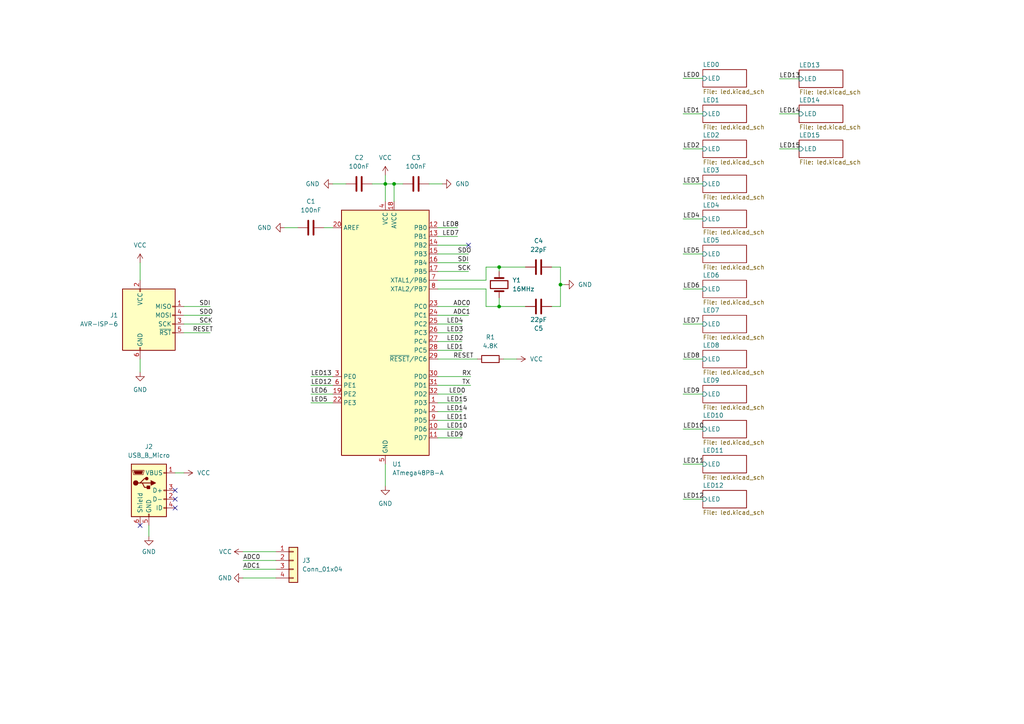
<source format=kicad_sch>
(kicad_sch (version 20211123) (generator eeschema)
  (paper "A4")
  (lib_symbols
    (symbol "Connector:AVR-ISP-6" (pin_names (offset 1.016))
      (property "Reference" "J" (at -6.35 11.43 0))
      (property "Value" "AVR-ISP-6" (at 0 11.43 0))
      (symbol "AVR-ISP-6_0_1"
        (rectangle (start -2.667 -6.858) (end -2.413 -7.62))
        (rectangle (start -2.667 10.16) (end -2.413 9.398))
        (rectangle (start 7.62 -2.413) (end 6.858 -2.667))
        (rectangle (start 7.62 0.127) (end 6.858 -0.127))
        (rectangle (start 7.62 2.667) (end 6.858 2.413))
        (rectangle (start 7.62 5.207) (end 6.858 4.953))
        (rectangle (start 7.62 10.16) (end -7.62 -7.62) (stroke (width 0.254)) (fill (type background)))
      )
      (symbol "AVR-ISP-6_1_1"
        (pin passive line (at 10.16 5.08 180) (length 2.54) (name "MISO") (number "1"))
        (pin passive line (at -2.54 12.7 270) (length 2.54) (name "VCC") (number "2"))
        (pin passive line (at 10.16 0 180) (length 2.54) (name "SCK") (number "3"))
        (pin passive line (at 10.16 2.54 180) (length 2.54) (name "MOSI") (number "4"))
        (pin passive line (at 10.16 -2.54 180) (length 2.54) (name "~{RST}") (number "5"))
        (pin passive line (at -2.54 -10.16 90) (length 2.54) (name "GND") (number "6"))
      )
    )
    (symbol "Connector:USB_B_Micro" (pin_names (offset 1.016))
      (property "Reference" "J" (at -5.08 11.43 0))
      (property "Value" "USB_B_Micro" (at -5.08 8.89 0))
      (symbol "USB_B_Micro_0_1"
        (rectangle (start -5.08 -7.62) (end 5.08 7.62) (stroke (width 0.254)) (fill (type background)))
        (circle (center -3.81 2.159) (radius 0.635) (stroke (width 0.254)) (fill (type outline)))
        (circle (center -0.635 3.429) (radius 0.381) (stroke (width 0.254)) (fill (type outline)))
        (rectangle (start -0.127 -7.62) (end 0.127 -6.858))
        (polyline (pts (xy -1.905 2.159) (xy 0.635 2.159)) (stroke (width 0.254)))
        (polyline (pts (xy -3.175 2.159) (xy -2.54 2.159) (xy -1.27 3.429) (xy -0.635 3.429)) (stroke (width 0.254)))
        (polyline (pts (xy -2.54 2.159) (xy -1.905 2.159) (xy -1.27 0.889) (xy 0 0.889)) (stroke (width 0.254)))
        (polyline (pts (xy 0.635 2.794) (xy 0.635 1.524) (xy 1.905 2.159) (xy 0.635 2.794)) (stroke (width 0.254)) (fill (type outline)))
        (polyline (pts (xy -4.318 5.588) (xy -1.778 5.588) (xy -2.032 4.826) (xy -4.064 4.826) (xy -4.318 5.588)) (fill (type outline)))
        (polyline (pts (xy -4.699 5.842) (xy -4.699 5.588) (xy -4.445 4.826) (xy -4.445 4.572) (xy -1.651 4.572) (xy -1.651 4.826) (xy -1.397 5.588) (xy -1.397 5.842) (xy -4.699 5.842)))
        (rectangle (start 0.254 1.27) (end -0.508 0.508) (stroke (width 0.254)) (fill (type outline)))
        (rectangle (start 5.08 -5.207) (end 4.318 -4.953))
        (rectangle (start 5.08 -2.667) (end 4.318 -2.413))
        (rectangle (start 5.08 -0.127) (end 4.318 0.127))
        (rectangle (start 5.08 4.953) (end 4.318 5.207))
      )
      (symbol "USB_B_Micro_1_1"
        (pin power_out line (at 7.62 5.08 180) (length 2.54) (name "VBUS") (number "1"))
        (pin bidirectional line (at 7.62 -2.54 180) (length 2.54) (name "D-") (number "2"))
        (pin bidirectional line (at 7.62 0 180) (length 2.54) (name "D+") (number "3"))
        (pin passive line (at 7.62 -5.08 180) (length 2.54) (name "ID") (number "4"))
        (pin power_out line (at 0 -10.16 90) (length 2.54) (name "GND") (number "5"))
        (pin passive line (at -2.54 -10.16 90) (length 2.54) (name "Shield") (number "6"))
      )
    )
    (symbol "Connector_Generic:Conn_01x04" (pin_names (offset 1.016) hide)
      (property "Reference" "J" (at 0 5.08 0))
      (property "Value" "Conn_01x04" (at 0 -7.62 0))
      (symbol "Conn_01x04_1_1"
        (rectangle (start -1.27 -4.953) (end 0 -5.207) (stroke (width 0.1524)))
        (rectangle (start -1.27 -2.413) (end 0 -2.667) (stroke (width 0.1524)))
        (rectangle (start -1.27 0.127) (end 0 -0.127) (stroke (width 0.1524)))
        (rectangle (start -1.27 2.667) (end 0 2.413) (stroke (width 0.1524)))
        (rectangle (start -1.27 3.81) (end 1.27 -6.35) (stroke (width 0.254)) (fill (type background)))
        (pin passive line (at -5.08 2.54 0) (length 3.81) (name "Pin_1") (number "1"))
        (pin passive line (at -5.08 0 0) (length 3.81) (name "Pin_2") (number "2"))
        (pin passive line (at -5.08 -2.54 0) (length 3.81) (name "Pin_3") (number "3"))
        (pin passive line (at -5.08 -5.08 0) (length 3.81) (name "Pin_4") (number "4"))
      )
    )
    (symbol "Device:C" (pin_numbers hide) (pin_names (offset 0.254))
      (property "Reference" "C" (at 0.635 2.54 0))
      (property "Value" "C" (at 0.635 -2.54 0))
      (symbol "C_0_1"
        (polyline (pts (xy -2.032 -0.762) (xy 2.032 -0.762)) (stroke (width 0.508)))
        (polyline (pts (xy -2.032 0.762) (xy 2.032 0.762)) (stroke (width 0.508)))
      )
      (symbol "C_1_1"
        (pin passive line (at 0 3.81 270) (length 2.794) (name "~") (number "1"))
        (pin passive line (at 0 -3.81 90) (length 2.794) (name "~") (number "2"))
      )
    )
    (symbol "Device:Crystal" (pin_numbers hide) (pin_names (offset 1.016) hide)
      (property "Reference" "Y" (at 0 3.81 0))
      (property "Value" "Crystal" (at 0 -3.81 0))
      (symbol "Crystal_0_1"
        (rectangle (start -1.143 2.54) (end 1.143 -2.54) (stroke (width 0.3048)))
        (polyline (pts (xy -2.54 0) (xy -1.905 0)))
        (polyline (pts (xy -1.905 -1.27) (xy -1.905 1.27)) (stroke (width 0.508)))
        (polyline (pts (xy 1.905 -1.27) (xy 1.905 1.27)) (stroke (width 0.508)))
        (polyline (pts (xy 2.54 0) (xy 1.905 0)))
      )
      (symbol "Crystal_1_1"
        (pin passive line (at -3.81 0 0) (length 1.27) (name "1") (number "1"))
        (pin passive line (at 3.81 0 180) (length 1.27) (name "2") (number "2"))
      )
    )
    (symbol "Device:R" (pin_numbers hide) (pin_names (offset 0))
      (property "Reference" "R" (at 2.032 0 90))
      (property "Value" "R" (at 0 0 90))
      (symbol "R_0_1"
        (rectangle (start -1.016 -2.54) (end 1.016 2.54) (stroke (width 0.254)))
      )
      (symbol "R_1_1"
        (pin passive line (at 0 3.81 270) (length 1.27) (name "~") (number "1"))
        (pin passive line (at 0 -3.81 90) (length 1.27) (name "~") (number "2"))
      )
    )
    (symbol "MCU_Microchip_ATmega:ATmega48PB-A"
      (property "Reference" "U" (at -12.7 36.83 0))
      (property "Value" "ATmega48PB-A" (at 2.54 -36.83 0))
      (symbol "ATmega48PB-A_0_1"
        (rectangle (start -12.7 -35.56) (end 12.7 35.56) (stroke (width 0.254)) (fill (type background)))
      )
      (symbol "ATmega48PB-A_1_1"
        (pin bidirectional line (at 15.24 -20.32 180) (length 2.54) (name "PD3") (number "1"))
        (pin bidirectional line (at 15.24 -27.94 180) (length 2.54) (name "PD6") (number "10"))
        (pin bidirectional line (at 15.24 -30.48 180) (length 2.54) (name "PD7") (number "11"))
        (pin bidirectional line (at 15.24 30.48 180) (length 2.54) (name "PB0") (number "12"))
        (pin bidirectional line (at 15.24 27.94 180) (length 2.54) (name "PB1") (number "13"))
        (pin bidirectional line (at 15.24 25.4 180) (length 2.54) (name "PB2") (number "14"))
        (pin bidirectional line (at 15.24 22.86 180) (length 2.54) (name "PB3") (number "15"))
        (pin bidirectional line (at 15.24 20.32 180) (length 2.54) (name "PB4") (number "16"))
        (pin bidirectional line (at 15.24 17.78 180) (length 2.54) (name "PB5") (number "17"))
        (pin power_in line (at 2.54 38.1 270) (length 2.54) (name "AVCC") (number "18"))
        (pin bidirectional line (at -15.24 -17.78 0) (length 2.54) (name "PE2") (number "19"))
        (pin bidirectional line (at 15.24 -22.86 180) (length 2.54) (name "PD4") (number "2"))
        (pin passive line (at -15.24 30.48 0) (length 2.54) (name "AREF") (number "20"))
        (pin passive line (at 0 -38.1 90) (length 2.54) hide (name "GND") (number "21"))
        (pin bidirectional line (at -15.24 -20.32 0) (length 2.54) (name "PE3") (number "22"))
        (pin bidirectional line (at 15.24 7.62 180) (length 2.54) (name "PC0") (number "23"))
        (pin bidirectional line (at 15.24 5.08 180) (length 2.54) (name "PC1") (number "24"))
        (pin bidirectional line (at 15.24 2.54 180) (length 2.54) (name "PC2") (number "25"))
        (pin bidirectional line (at 15.24 0 180) (length 2.54) (name "PC3") (number "26"))
        (pin bidirectional line (at 15.24 -2.54 180) (length 2.54) (name "PC4") (number "27"))
        (pin bidirectional line (at 15.24 -5.08 180) (length 2.54) (name "PC5") (number "28"))
        (pin bidirectional line (at 15.24 -7.62 180) (length 2.54) (name "~{RESET}/PC6") (number "29"))
        (pin bidirectional line (at -15.24 -12.7 0) (length 2.54) (name "PE0") (number "3"))
        (pin bidirectional line (at 15.24 -12.7 180) (length 2.54) (name "PD0") (number "30"))
        (pin bidirectional line (at 15.24 -15.24 180) (length 2.54) (name "PD1") (number "31"))
        (pin bidirectional line (at 15.24 -17.78 180) (length 2.54) (name "PD2") (number "32"))
        (pin power_in line (at 0 38.1 270) (length 2.54) (name "VCC") (number "4"))
        (pin power_in line (at 0 -38.1 90) (length 2.54) (name "GND") (number "5"))
        (pin bidirectional line (at -15.24 -15.24 0) (length 2.54) (name "PE1") (number "6"))
        (pin bidirectional line (at 15.24 15.24 180) (length 2.54) (name "XTAL1/PB6") (number "7"))
        (pin bidirectional line (at 15.24 12.7 180) (length 2.54) (name "XTAL2/PB7") (number "8"))
        (pin bidirectional line (at 15.24 -25.4 180) (length 2.54) (name "PD5") (number "9"))
      )
    )
    (symbol "power:GND" (power) (pin_names (offset 0))
      (property "Value" "GND" (at 0 -3.81 0))
      (symbol "GND_0_1"
        (polyline (pts (xy 0 0) (xy 0 -1.27) (xy 1.27 -1.27) (xy 0 -2.54) (xy -1.27 -1.27) (xy 0 -1.27)))
      )
      (symbol "GND_1_1"
        (pin power_in line (at 0 0 270) (length 0) hide (name "GND") (number "1"))
      )
    )
    (symbol "power:VCC" (power) (pin_names (offset 0))
      (property "Value" "VCC" (at 0 3.81 0))
      (symbol "VCC_0_1"
        (polyline (pts (xy -0.762 1.27) (xy 0 2.54)))
        (polyline (pts (xy 0 0) (xy 0 2.54)))
        (polyline (pts (xy 0 2.54) (xy 0.762 1.27)))
      )
      (symbol "VCC_1_1"
        (pin power_in line (at 0 0 90) (length 0) hide (name "VCC") (number "1"))
      )
    )
  )
  (junction (at 111.76 53.34))
  (junction (at 144.78 88.9))
  (junction (at 162.56 82.55))
  (junction (at 114.3 53.34))
  (junction (at 144.78 77.47))
  (no_connect (at 50.8 147.32))
  (no_connect (at 50.8 142.24))
  (no_connect (at 50.8 144.78))
  (no_connect (at 135.89 71.12))
  (no_connect (at 40.64 152.4))
  (wire (pts (xy 82.55 66.04) (xy 86.36 66.04)))
  (wire (pts (xy 127 114.3) (xy 133.985 114.3)))
  (wire (pts (xy 146.05 104.14) (xy 149.86 104.14)))
  (wire (pts (xy 160.02 77.47) (xy 162.56 77.47)))
  (wire (pts (xy 127 109.22) (xy 136.525 109.22)))
  (wire (pts (xy 144.78 86.36) (xy 144.78 88.9)))
  (wire (pts (xy 140.97 77.47) (xy 144.78 77.47)))
  (wire (pts (xy 111.76 53.34) (xy 111.76 58.42)))
  (wire (pts (xy 127 73.66) (xy 135.89 73.66)))
  (wire (pts (xy 198.12 53.34) (xy 203.835 53.34)))
  (wire (pts (xy 111.76 134.62) (xy 111.76 140.97)))
  (wire (pts (xy 114.3 53.34) (xy 116.84 53.34)))
  (wire (pts (xy 43.18 152.4) (xy 43.18 155.575)))
  (wire (pts (xy 127 116.84) (xy 133.985 116.84)))
  (wire (pts (xy 53.34 88.9) (xy 60.96 88.9)))
  (wire (pts (xy 53.34 93.98) (xy 60.96 93.98)))
  (wire (pts (xy 198.12 144.78) (xy 203.835 144.78)))
  (wire (pts (xy 144.78 77.47) (xy 144.78 78.74)))
  (wire (pts (xy 53.34 91.44) (xy 60.96 91.44)))
  (wire (pts (xy 127 111.76) (xy 136.525 111.76)))
  (wire (pts (xy 162.56 77.47) (xy 162.56 82.55)))
  (wire (pts (xy 127 91.44) (xy 135.89 91.44)))
  (wire (pts (xy 198.12 73.66) (xy 203.835 73.66)))
  (wire (pts (xy 107.95 53.34) (xy 111.76 53.34)))
  (wire (pts (xy 127 124.46) (xy 133.985 124.46)))
  (wire (pts (xy 198.12 22.733) (xy 203.835 22.733)))
  (wire (pts (xy 93.98 66.04) (xy 96.52 66.04)))
  (wire (pts (xy 90.17 109.22) (xy 96.52 109.22)))
  (wire (pts (xy 162.56 88.9) (xy 160.02 88.9)))
  (wire (pts (xy 127 68.58) (xy 132.715 68.58)))
  (wire (pts (xy 70.485 165.1) (xy 80.01 165.1)))
  (wire (pts (xy 127 119.38) (xy 133.985 119.38)))
  (wire (pts (xy 127 71.12) (xy 135.89 71.12)))
  (wire (pts (xy 140.97 88.9) (xy 144.78 88.9)))
  (wire (pts (xy 40.64 104.14) (xy 40.64 107.95)))
  (wire (pts (xy 127 101.6) (xy 133.985 101.6)))
  (wire (pts (xy 53.34 96.52) (xy 60.96 96.52)))
  (wire (pts (xy 226.06 22.86) (xy 231.775 22.86)))
  (wire (pts (xy 70.485 167.64) (xy 80.01 167.64)))
  (wire (pts (xy 127 66.04) (xy 132.715 66.04)))
  (wire (pts (xy 70.485 162.56) (xy 80.01 162.56)))
  (wire (pts (xy 127 83.82) (xy 140.97 83.82)))
  (wire (pts (xy 162.56 82.55) (xy 162.56 88.9)))
  (wire (pts (xy 198.12 33.02) (xy 203.835 33.02)))
  (wire (pts (xy 127 76.2) (xy 135.89 76.2)))
  (wire (pts (xy 226.06 33.02) (xy 231.775 33.02)))
  (wire (pts (xy 114.3 53.34) (xy 114.3 58.42)))
  (wire (pts (xy 127 127) (xy 133.985 127)))
  (wire (pts (xy 90.17 116.84) (xy 96.52 116.84)))
  (wire (pts (xy 127 121.92) (xy 133.985 121.92)))
  (wire (pts (xy 198.12 43.18) (xy 203.835 43.18)))
  (wire (pts (xy 50.8 137.16) (xy 53.34 137.16)))
  (wire (pts (xy 127 96.52) (xy 133.985 96.52)))
  (wire (pts (xy 96.52 53.34) (xy 100.33 53.34)))
  (wire (pts (xy 127 104.14) (xy 138.43 104.14)))
  (wire (pts (xy 198.12 114.3) (xy 203.835 114.3)))
  (wire (pts (xy 198.12 93.98) (xy 203.835 93.98)))
  (wire (pts (xy 111.76 50.8) (xy 111.76 53.34)))
  (wire (pts (xy 198.12 83.82) (xy 203.835 83.82)))
  (wire (pts (xy 90.17 114.3) (xy 96.52 114.3)))
  (wire (pts (xy 127 88.9) (xy 135.89 88.9)))
  (wire (pts (xy 127 93.98) (xy 133.985 93.98)))
  (wire (pts (xy 40.64 76.2) (xy 40.64 81.28)))
  (wire (pts (xy 198.12 63.5) (xy 203.835 63.5)))
  (wire (pts (xy 198.12 134.62) (xy 203.835 134.62)))
  (wire (pts (xy 144.78 88.9) (xy 152.4 88.9)))
  (wire (pts (xy 226.06 43.18) (xy 231.775 43.18)))
  (wire (pts (xy 90.17 111.76) (xy 96.52 111.76)))
  (wire (pts (xy 198.12 104.14) (xy 203.835 104.14)))
  (wire (pts (xy 198.12 124.46) (xy 203.835 124.46)))
  (wire (pts (xy 124.46 53.34) (xy 128.27 53.34)))
  (wire (pts (xy 140.97 83.82) (xy 140.97 88.9)))
  (wire (pts (xy 111.76 53.34) (xy 114.3 53.34)))
  (wire (pts (xy 152.4 77.47) (xy 144.78 77.47)))
  (wire (pts (xy 127 78.74) (xy 135.89 78.74)))
  (wire (pts (xy 140.97 81.28) (xy 140.97 77.47)))
  (wire (pts (xy 127 81.28) (xy 140.97 81.28)))
  (wire (pts (xy 70.485 160.02) (xy 80.01 160.02)))
  (wire (pts (xy 162.56 82.55) (xy 163.83 82.55)))
  (wire (pts (xy 127 99.06) (xy 133.985 99.06)))
  (label "LED1" (at 129.54 101.6 0))
  (label "SDO" (at 57.785 91.44 0))
  (label "LED11" (at 198.12 134.62 0))
  (label "LED0" (at 130.175 114.3 0))
  (label "SDI" (at 57.785 88.9 0))
  (label "LED3" (at 129.54 96.52 0))
  (label "ADC0" (at 70.485 162.56 0))
  (label "LED8" (at 128.27 66.04 0))
  (label "LED5" (at 198.12 73.66 0))
  (label "TX" (at 133.985 111.76 0))
  (label "LED6" (at 198.12 83.82 0))
  (label "LED0" (at 198.12 22.733 0))
  (label "ADC1" (at 131.445 91.44 0))
  (label "LED2" (at 129.54 99.06 0))
  (label "LED10" (at 198.12 124.46 0))
  (label "RESET" (at 131.445 104.14 0))
  (label "LED11" (at 129.54 121.92 0))
  (label "LED7" (at 198.12 93.98 0))
  (label "LED14" (at 129.54 119.38 0))
  (label "ADC1" (at 70.485 165.1 0))
  (label "SDI" (at 132.715 76.2 0))
  (label "LED5" (at 90.17 116.84 0))
  (label "LED4" (at 198.12 63.5 0))
  (label "LED7" (at 128.27 68.58 0))
  (label "LED15" (at 129.54 116.84 0))
  (label "LED13" (at 90.17 109.22 0))
  (label "RESET" (at 55.88 96.52 0))
  (label "LED3" (at 198.12 53.34 0))
  (label "LED13" (at 226.06 22.86 0))
  (label "SCK" (at 132.715 78.74 0))
  (label "LED12" (at 90.17 111.76 0))
  (label "SCK" (at 57.785 93.98 0))
  (label "ADC0" (at 131.445 88.9 0))
  (label "LED9" (at 129.54 127 0))
  (label "LED10" (at 129.54 124.46 0))
  (label "LED8" (at 198.12 104.14 0))
  (label "LED6" (at 90.17 114.3 0))
  (label "LED12" (at 198.12 144.78 0))
  (label "LED14" (at 226.06 33.02 0))
  (label "LED9" (at 198.12 114.3 0))
  (label "SDO" (at 132.715 73.66 0))
  (label "LED1" (at 198.12 33.02 0))
  (label "RX" (at 133.985 109.22 0))
  (label "LED4" (at 129.54 93.98 0))
  (label "LED15" (at 226.06 43.18 0))
  (label "LED2" (at 198.12 43.18 0))
  (symbol (lib_id "power:GND") (at 70.485 167.64 270) (unit 1)
    (property "Reference" "#PWR06" (effects hide))
    (property "Value" "GND" (at 67.31 167.6399 90) (effects (justify right)))
  )
  (symbol (lib_id "Connector_Generic:Conn_01x04") (at 85.09 162.56 0) (unit 1)
    (property "Reference" "J3" (at 87.63 162.5599 0) (effects (justify left)))
    (property "Value" "Conn_01x04" (at 87.63 165.0999 0) (effects (justify left)))
    (property "Footprint" "Connector_PinHeader_2.54mm:PinHeader_1x04_P2.54mm_Vertical" (effects hide))
  )
  (symbol (lib_id "Device:C") (at 156.21 88.9 90) (unit 1)
    (property "Reference" "C5" (at 156.21 95.25 90))
    (property "Value" "22pF" (at 156.21 92.71 90))
    (property "Footprint" "Capacitor_SMD:C_0805_2012Metric_Pad1.18x1.45mm_HandSolder" (effects hide))
  )
  (symbol (lib_id "power:VCC") (at 149.86 104.14 270) (unit 1)
    (property "Reference" "#PWR012" (effects hide))
    (property "Value" "VCC" (at 153.67 104.1399 90) (effects (justify left)))
  )
  (symbol (lib_id "power:GND") (at 128.27 53.34 90) (unit 1)
    (property "Reference" "#PWR011" (effects hide))
    (property "Value" "GND" (at 132.08 53.3399 90) (effects (justify right)))
  )
  (symbol (lib_id "power:GND") (at 40.64 107.95 0) (unit 1)
    (property "Reference" "#PWR02" (effects hide))
    (property "Value" "GND" (at 40.64 113.03 0))
  )
  (symbol (lib_id "Device:C") (at 156.21 77.47 90) (unit 1)
    (property "Reference" "C4" (at 156.21 69.85 90))
    (property "Value" "22pF" (at 156.21 72.39 90))
    (property "Footprint" "Capacitor_SMD:C_0805_2012Metric_Pad1.18x1.45mm_HandSolder" (effects hide))
  )
  (symbol (lib_id "Connector:AVR-ISP-6") (at 43.18 93.98 0) (unit 1)
    (property "Reference" "J1" (at 34.29 91.4399 0) (effects (justify right)))
    (property "Value" "AVR-ISP-6" (at 34.29 93.9799 0) (effects (justify right)))
    (property "Footprint" "Connector_PinHeader_2.54mm:PinHeader_2x03_P2.54mm_Vertical" (effects hide))
    (property "Datasheet" " ~" (effects hide))
  )
  (symbol (lib_id "Connector:USB_B_Micro") (at 43.18 142.24 0) (unit 1)
    (property "Reference" "J2" (at 43.18 129.54 0))
    (property "Value" "USB_B_Micro" (at 43.18 132.08 0))
    (property "Footprint" "Connector_USB:USB_Micro-B_Amphenol_10118194_Horizontal" (effects hide))
  )
  (symbol (lib_id "power:VCC") (at 40.64 76.2 0) (unit 1)
    (property "Reference" "#PWR01" (effects hide))
    (property "Value" "VCC" (at 40.64 71.12 0))
  )
  (symbol (lib_id "MCU_Microchip_ATmega:ATmega48PB-A") (at 111.76 96.52 0) (unit 1)
    (property "Reference" "U1" (at 113.7794 134.62 0) (effects (justify left)))
    (property "Value" "ATmega48PB-A" (at 113.7794 137.16 0) (effects (justify left)))
    (property "Footprint" "Package_QFP:TQFP-32_7x7mm_P0.8mm" (effects hide))
    (property "Datasheet" "http://ww1.microchip.com/downloads/en/DeviceDoc/40001909A.pdf" (effects hide))
  )
  (symbol (lib_id "Device:R") (at 142.24 104.14 90) (unit 1)
    (property "Reference" "R1" (at 142.24 97.79 90))
    (property "Value" "4.8K" (at 142.24 100.33 90))
    (property "Footprint" "Resistor_SMD:R_0805_2012Metric_Pad1.20x1.40mm_HandSolder" (effects hide))
  )
  (symbol (lib_id "power:GND") (at 82.55 66.04 270) (unit 1)
    (property "Reference" "#PWR07" (effects hide))
    (property "Value" "GND" (at 78.74 66.0399 90) (effects (justify right)))
  )
  (symbol (lib_id "power:GND") (at 111.76 140.97 0) (unit 1)
    (property "Reference" "#PWR010" (effects hide))
    (property "Value" "GND" (at 111.76 146.05 0))
  )
  (symbol (lib_id "Device:Crystal") (at 144.78 82.55 270) (unit 1)
    (property "Reference" "Y1" (at 148.59 81.2799 90) (effects (justify left)))
    (property "Value" "16MHz" (at 148.59 83.8199 90) (effects (justify left)))
    (property "Footprint" "Crystal:Crystal_SMD_ECS_CSM3X-2Pin_7.6x4.1mm" (effects hide))
  )
  (symbol (lib_id "Device:C") (at 120.65 53.34 90) (unit 1)
    (property "Reference" "C3" (at 120.65 45.72 90))
    (property "Value" "100nF" (at 120.65 48.26 90))
    (property "Footprint" "Capacitor_SMD:C_0805_2012Metric_Pad1.18x1.45mm_HandSolder" (effects hide))
  )
  (symbol (lib_id "power:GND") (at 163.83 82.55 90) (unit 1)
    (property "Reference" "#PWR013" (effects hide))
    (property "Value" "GND" (at 167.64 82.5499 90) (effects (justify right)))
  )
  (symbol (lib_id "Device:C") (at 90.17 66.04 90) (unit 1)
    (property "Reference" "C1" (at 90.17 58.42 90))
    (property "Value" "100nF" (at 90.17 60.96 90))
    (property "Footprint" "Capacitor_SMD:C_0805_2012Metric_Pad1.18x1.45mm_HandSolder" (effects hide))
  )
  (symbol (lib_id "power:GND") (at 43.18 155.575 0) (unit 1)
    (property "Reference" "#PWR03" (effects hide))
    (property "Value" "GND" (at 43.18 160.02 0))
  )
  (symbol (lib_id "Device:C") (at 104.14 53.34 90) (unit 1)
    (property "Reference" "C2" (at 104.14 45.72 90))
    (property "Value" "100nF" (at 104.14 48.26 90))
    (property "Footprint" "Capacitor_SMD:C_0805_2012Metric_Pad1.18x1.45mm_HandSolder" (effects hide))
  )
  (symbol (lib_id "power:VCC") (at 53.34 137.16 270) (unit 1)
    (property "Reference" "#PWR04" (effects hide))
    (property "Value" "VCC" (at 57.15 137.1599 90) (effects (justify left)))
  )
  (symbol (lib_id "power:VCC") (at 111.76 50.8 0) (unit 1)
    (property "Reference" "#PWR09" (effects hide))
    (property "Value" "VCC" (at 111.76 45.72 0))
  )
  (symbol (lib_id "power:GND") (at 96.52 53.34 270) (unit 1)
    (property "Reference" "#PWR08" (effects hide))
    (property "Value" "GND" (at 92.71 53.3399 90) (effects (justify right)))
  )
  (symbol (lib_id "power:VCC") (at 70.485 160.02 90) (unit 1)
    (property "Reference" "#PWR05" (effects hide))
    (property "Value" "VCC" (at 67.31 160.0199 90) (effects (justify left)))
  )
  (sheet (at 203.835 60.96) (size 12.7 5.08) (stroke (width 0.1524))
    (property "Sheet name" "LED4" (at 203.835 60.2484 0) (effects (justify left bottom)))
    (property "Sheet file" "led.kicad_sch" (at 203.835 66.6246 0) (effects (justify left top)))
    (pin "LED" input (at 203.835 63.5 180))
  )
  (sheet (at 203.835 111.76) (size 12.7 5.08) (stroke (width 0.1524))
    (property "Sheet name" "LED9" (at 203.835 111.0484 0) (effects (justify left bottom)))
    (property "Sheet file" "led.kicad_sch" (at 203.835 117.4246 0) (effects (justify left top)))
    (pin "LED" input (at 203.835 114.3 180))
  )
  (sheet (at 203.835 121.92) (size 12.7 5.08) (stroke (width 0.1524))
    (property "Sheet name" "LED10" (at 203.835 121.2084 0) (effects (justify left bottom)))
    (property "Sheet file" "led.kicad_sch" (at 203.835 127.5846 0) (effects (justify left top)))
    (pin "LED" input (at 203.835 124.46 180))
  )
  (sheet (at 231.775 20.32) (size 12.7 5.08) (stroke (width 0.1524))
    (property "Sheet name" "LED13" (at 231.775 19.6084 0) (effects (justify left bottom)))
    (property "Sheet file" "led.kicad_sch" (at 231.775 25.9846 0) (effects (justify left top)))
    (pin "LED" input (at 231.775 22.86 180))
  )
  (sheet (at 231.775 30.48) (size 12.7 5.08) (stroke (width 0.1524))
    (property "Sheet name" "LED14" (at 231.775 29.7684 0) (effects (justify left bottom)))
    (property "Sheet file" "led.kicad_sch" (at 231.775 36.1446 0) (effects (justify left top)))
    (pin "LED" input (at 231.775 33.02 180))
  )
  (sheet (at 203.835 50.8) (size 12.7 5.08) (stroke (width 0.1524))
    (property "Sheet name" "LED3" (at 203.835 50.0884 0) (effects (justify left bottom)))
    (property "Sheet file" "led.kicad_sch" (at 203.835 56.4646 0) (effects (justify left top)))
    (pin "LED" input (at 203.835 53.34 180))
  )
  (sheet (at 203.835 71.12) (size 12.7 5.08) (stroke (width 0.1524))
    (property "Sheet name" "LED5" (at 203.835 70.4084 0) (effects (justify left bottom)))
    (property "Sheet file" "led.kicad_sch" (at 203.835 76.7846 0) (effects (justify left top)))
    (pin "LED" input (at 203.835 73.66 180))
  )
  (sheet (at 203.835 101.6) (size 12.7 5.08) (stroke (width 0.1524))
    (property "Sheet name" "LED8" (at 203.835 100.8884 0) (effects (justify left bottom)))
    (property "Sheet file" "led.kicad_sch" (at 203.835 107.2646 0) (effects (justify left top)))
    (pin "LED" input (at 203.835 104.14 180))
  )
  (sheet (at 203.835 132.08) (size 12.7 5.08) (stroke (width 0.1524))
    (property "Sheet name" "LED11" (at 203.835 131.3684 0) (effects (justify left bottom)))
    (property "Sheet file" "led.kicad_sch" (at 203.835 137.7446 0) (effects (justify left top)))
    (pin "LED" input (at 203.835 134.62 180))
  )
  (sheet (at 203.835 91.44) (size 12.7 5.08) (stroke (width 0.1524))
    (property "Sheet name" "LED7" (at 203.835 90.7284 0) (effects (justify left bottom)))
    (property "Sheet file" "led.kicad_sch" (at 203.835 97.1046 0) (effects (justify left top)))
    (pin "LED" input (at 203.835 93.98 180))
  )
  (sheet (at 203.835 142.24) (size 12.7 5.08) (stroke (width 0.1524))
    (property "Sheet name" "LED12" (at 203.835 141.5284 0) (effects (justify left bottom)))
    (property "Sheet file" "led.kicad_sch" (at 203.835 147.9046 0) (effects (justify left top)))
    (pin "LED" input (at 203.835 144.78 180))
  )
  (sheet (at 203.835 81.28) (size 12.7 5.08) (stroke (width 0.1524))
    (property "Sheet name" "LED6" (at 203.835 80.5684 0) (effects (justify left bottom)))
    (property "Sheet file" "led.kicad_sch" (at 203.835 86.9446 0) (effects (justify left top)))
    (pin "LED" input (at 203.835 83.82 180))
  )
  (sheet (at 203.835 30.48) (size 12.7 5.08) (stroke (width 0.1524))
    (property "Sheet name" "LED1" (at 203.835 29.7684 0) (effects (justify left bottom)))
    (property "Sheet file" "led.kicad_sch" (at 203.835 36.1446 0) (effects (justify left top)))
    (pin "LED" input (at 203.835 33.02 180))
  )
  (sheet (at 203.835 40.64) (size 12.7 5.08) (stroke (width 0.1524))
    (property "Sheet name" "LED2" (at 203.835 39.9284 0) (effects (justify left bottom)))
    (property "Sheet file" "led.kicad_sch" (at 203.835 46.3046 0) (effects (justify left top)))
    (pin "LED" input (at 203.835 43.18 180))
  )
  (sheet (at 203.835 20.193) (size 12.7 5.08) (stroke (width 0.1524))
    (property "Sheet name" "LED0" (at 203.835 19.4814 0) (effects (justify left bottom)))
    (property "Sheet file" "led.kicad_sch" (at 203.835 25.8576 0) (effects (justify left top)))
    (pin "LED" input (at 203.835 22.733 180))
  )
  (sheet (at 231.775 40.64) (size 12.7 5.08) (stroke (width 0.1524))
    (property "Sheet name" "LED15" (at 231.775 39.9284 0) (effects (justify left bottom)))
    (property "Sheet file" "led.kicad_sch" (at 231.775 46.3046 0) (effects (justify left top)))
    (pin "LED" input (at 231.775 43.18 180))
  )
)
</source>
